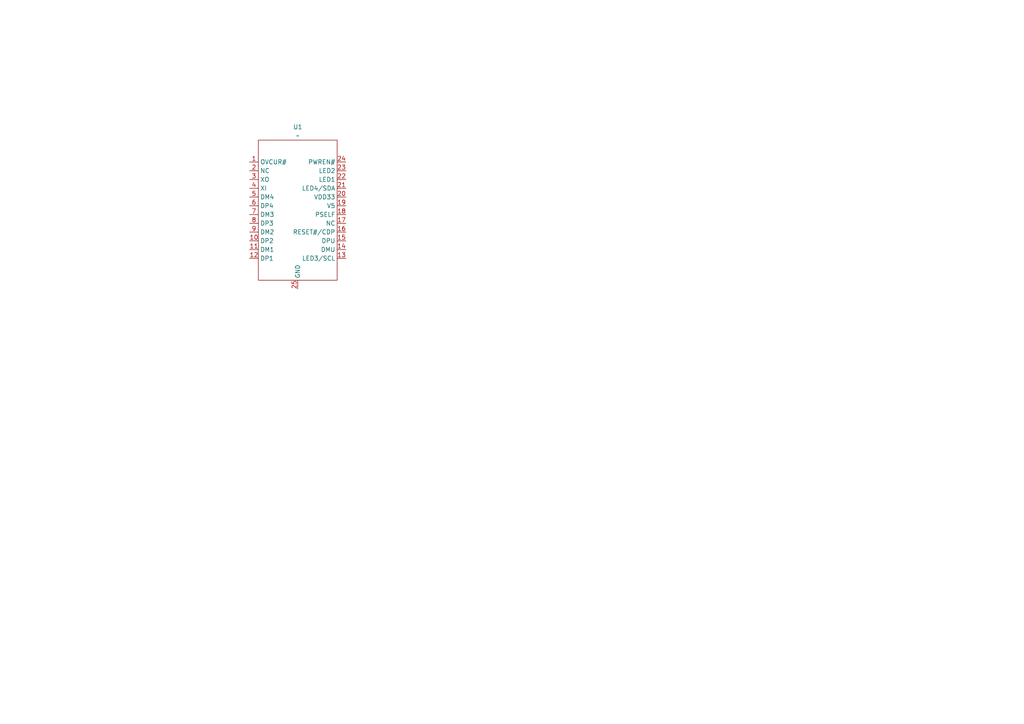
<source format=kicad_sch>
(kicad_sch (version 20250114) (generator "eeschema") (generator_version "9.0")
  (paper "A4")
  (lib_symbols
    (symbol "hive:CH334F"
      (property "Reference" "U" (at 0 0 0))
      (symbol "CH334F_0_1"
        (rectangle (start -11.43 20.32) (end 11.43 -20.32))
      )
      (symbol "CH334F_1_1"
        (pin input line (at -13.97 13.97 0) (length 2.54) (name "OVCUR#") (number "1"))
        (pin input line (at -13.97 11.43 0) (length 2.54) (name "NC") (number "2"))
        (pin input line (at -13.97 8.89 0) (length 2.54) (name "XO") (number "3"))
        (pin input line (at -13.97 6.35 0) (length 2.54) (name "XI") (number "4"))
        (pin input line (at -13.97 3.81 0) (length 2.54) (name "DM4") (number "5"))
        (pin input line (at -13.97 1.27 0) (length 2.54) (name "DP4") (number "6"))
        (pin input line (at -13.97 -1.27 0) (length 2.54) (name "DM3") (number "7"))
        (pin input line (at -13.97 -3.81 0) (length 2.54) (name "DP3") (number "8"))
        (pin input line (at -13.97 -6.35 0) (length 2.54) (name "DM2") (number "9"))
        (pin input line (at -13.97 -8.89 0) (length 2.54) (name "DP2") (number "10"))
        (pin input line (at -13.97 -11.43 0) (length 2.54) (name "DM1") (number "11"))
        (pin input line (at -13.97 -13.97 0) (length 2.54) (name "DP1") (number "12"))
        (pin input line (at 0 -22.86 90) (length 2.54) (name "GND") (number "25"))
        (pin input line (at 13.97 13.97 180) (length 2.54) (name "PWREN#") (number "24"))
        (pin input line (at 13.97 11.43 180) (length 2.54) (name "LED2") (number "23"))
        (pin input line (at 13.97 8.89 180) (length 2.54) (name "LED1") (number "22"))
        (pin input line (at 13.97 6.35 180) (length 2.54) (name "LED4/SDA") (number "21"))
        (pin input line (at 13.97 3.81 180) (length 2.54) (name "VDD33") (number "20"))
        (pin input line (at 13.97 1.27 180) (length 2.54) (name "V5") (number "19"))
        (pin input line (at 13.97 -1.27 180) (length 2.54) (name "PSELF") (number "18"))
        (pin input line (at 13.97 -3.81 180) (length 2.54) (name "NC") (number "17"))
        (pin input line (at 13.97 -6.35 180) (length 2.54) (name "RESET#/CDP") (number "16"))
        (pin input line (at 13.97 -8.89 180) (length 2.54) (name "DPU") (number "15"))
        (pin input line (at 13.97 -11.43 180) (length 2.54) (name "DMU") (number "14"))
        (pin input line (at 13.97 -13.97 180) (length 2.54) (name "LED3/SCL") (number "13"))
      )
    )
  )
  (symbol (lib_id "hive:CH334F") (at 86.36 60.96 0) (unit 1)
    (property "Reference" "U1" (at 86.36 36.83 0))
    (property "Value" "~" (at 86.36 39.37 0))
    (property "Footprint" "Package_DFN_QFN:QFN-24-1EP_4x4mm_P0.5mm_EP2.7x2.7mm_ThermalVias" (effects (hide yes)))
  )
)
</source>
